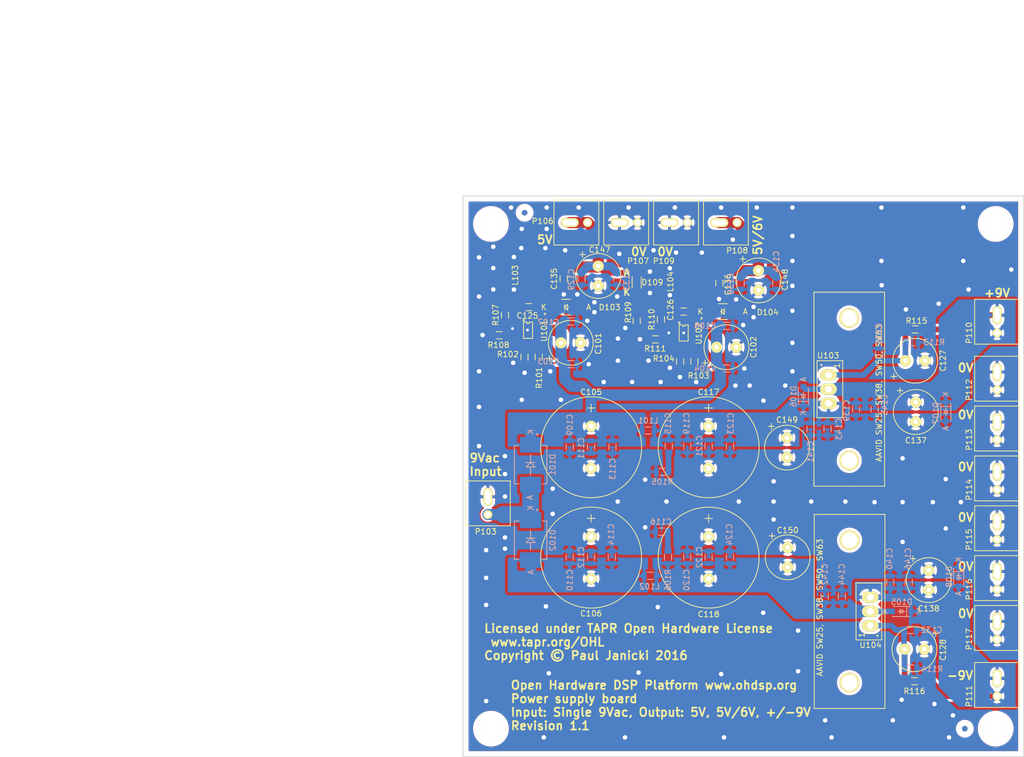
<source format=kicad_pcb>
(kicad_pcb (version 20221018) (generator pcbnew)
  (title_block (title "Multi Output Power Supply for OHDSP") (date "2016-05-20") (rev "1.1") (company "Open Hardware DSP Platform - www.ohdsp.org") (comment 1 "MERCHANTABILITY, SATISFACTORY QUALITY AND FITNESS FOR A PARTICULAR PURPOSE.") (comment 2 "is distributed WITHOUT ANY EXPRESS OR IMPLIED WARRANTY, INCLUDING OF") (comment 3 "Licensed under the TAPR Open Hardware License (www.tapr.org/OHL). This documentation") (comment 4 "Copyright Paul Janicki 2016"))
  (layers (0 "F.Cu" signal) (31 "B.Cu" signal) (34 "B.Paste" user) (35 "F.Paste" user) (36 "B.SilkS" user "B.Silkscreen") (37 "F.SilkS" user "F.Silkscreen") (38 "B.Mask" user) (39 "F.Mask" user) (44 "Edge.Cuts" user))
  (net 0 "")
  (net 1 "GNDA")
  (net 2 "Net-(C106-Pad2)")
  (net 3 "Net-(C115-Pad1)")
  (net 4 "Net-(C115-Pad2)")
  (net 5 "Net-(C116-Pad2)")
  (net 6 "Net-(C118-Pad2)")
  (net 7 "Net-(C125-Pad1)")
  (net 8 "Net-(C125-Pad2)")
  (net 9 "Net-(C126-Pad1)")
  (net 10 "Net-(C126-Pad2)")
  (net 11 "Net-(C127-Pad1)")
  (net 12 "Net-(C128-Pad2)")
  (net 13 "Net-(C130-Pad1)")
  (net 14 "Net-(C137-Pad1)")
  (net 15 "Net-(C138-Pad2)")
  (net 16 "Net-(D101-Pad1)")
  (net 17 "Net-(R101-Pad1)")
  (net 18 "Net-(R103-Pad1)")
  (net 19 "Net-(R107-Pad2)")
  (net 20 "Net-(R110-Pad2)")
  (net 21 "VCC")
  (net 22 "+5V")
  (net 23 "Net-(D109-Pad2)")
  (footprint "MyKiCadLibs-Footprints:CAP-TH-D8mmP3.5mm" (layer "F.Cu") (at 119.235261 76.188825)
    (fp_text reference "C101")
    (fp_text value "220u" hide)
  )
  (footprint "MyKiCadLibs-Footprints:CAP-TH-D8mmP3.5mm" (layer "F.Cu") (at 146.99 76.975)
    (fp_text reference "C102")
    (fp_text value "220u" hide)
  )
  (footprint "MyKiCadLibs-Footprints:CAP-TH-D18mmP7.5mm" (layer "F.Cu") (at 122.86 94.815 -90)
    (fp_text reference "C105")
    (fp_text value "2200u" hide)
  )
  (footprint "MyKiCadLibs-Footprints:CAP-TH-D18mmP7.5mm" (layer "F.Cu") (at 122.86 114.5 -90)
    (fp_text reference "C106")
    (fp_text value "2200u" hide)
  )
  (footprint "MyKiCadLibs-Footprints:CAP-TH-D18mmP7.5mm" (layer "F.Cu") (at 143.815 94.815 -90)
    (fp_text reference "C117")
    (fp_text value "2200u" hide)
  )
  (footprint "MyKiCadLibs-Footprints:CAP-TH-D18mmP7.5mm" (layer "F.Cu") (at 143.815 114.5 -90)
    (fp_text reference "C118")
    (fp_text value "2200u" hide)
  )
  (footprint "MyKiCadLibs-Footprints:SMD-0805" (layer "F.Cu") (at 111.754961 69.838825 180)
    (fp_text reference "C125")
    (fp_text value "10n" hide)
  )
  (footprint "MyKiCadLibs-Footprints:SMD-0805" (layer "F.Cu") (at 139.37 70.625 180)
    (fp_text reference "C126")
    (fp_text value "10n" hide)
  )
  (footprint "MyKiCadLibs-Footprints:CAP-TH-D8mmP3.5mm" (layer "F.Cu") (at 180.645 79.388)
    (fp_text reference "C127")
    (fp_text value "220u" hide)
  )
  (footprint "MyKiCadLibs-Footprints:CAP-TH-D8mmP3.5mm" (layer "F.Cu") (at 180.518 130.823 180)
    (fp_text reference "C128")
    (fp_text value "220u" hide)
  )
  (footprint "MyKiCadLibs-Footprints:SMD-0805" (layer "F.Cu") (at 117.965261 64.758825 -90)
    (fp_text reference "C135")
    (fp_text value "100n" hide)
  )
  (footprint "MyKiCadLibs-Footprints:SMD-0805" (layer "F.Cu") (at 145.72 65.545 -90)
    (fp_text reference "C136")
    (fp_text value "100n" hide)
  )
  (footprint "MyKiCadLibs-Footprints:CAP-TH-D8mmP3.5mm" (layer "F.Cu") (at 180.7466 88.532 -90)
    (fp_text reference "C137")
    (fp_text value "220u" hide)
  )
  (footprint "MyKiCadLibs-Footprints:CAP-TH-D8mmP3.5mm" (layer "F.Cu") (at 183.058 118.504 -90)
    (fp_text reference "C138")
    (fp_text value "220u" hide)
  )
  (footprint "MyKiCadLibs-Footprints:DIODE-SMA" (layer "F.Cu") (at 118.415 69.838825 180)
    (fp_text reference "D103")
    (fp_text value "B240A" hide)
  )
  (footprint "MyKiCadLibs-Footprints:DIODE-SMA" (layer "F.Cu") (at 146.355 70.625 180)
    (fp_text reference "D104")
    (fp_text value "B240A" hide)
  )
  (footprint "MyKiCadLibs-Footprints:CONN-2WAY-2.54mm-3.81mm-SPACING" (layer "F.Cu") (at 104.445 106.82 90)
    (fp_text reference "P103")
    (fp_text value "CONN_2x1" hide)
  )
  (footprint "MyKiCadLibs-Footprints:CONN-2WAY-2.54mm-3.81mm-SPACING" (layer "F.Cu") (at 122.225 54.75 180)
    (fp_text reference "P106")
    (fp_text value "CONN_2x1" hide)
  )
  (footprint "MyKiCadLibs-Footprints:CONN-2WAY-2.54mm-3.81mm-SPACING" (layer "F.Cu") (at 131.115 54.75 180)
    (fp_text reference "P107")
    (fp_text value "CONN_2x1" hide)
  )
  (footprint "MyKiCadLibs-Footprints:CONN-2WAY-2.54mm-3.81mm-SPACING" (layer "F.Cu") (at 148.895 54.75 180)
    (fp_text reference "P108")
    (fp_text value "CONN_2x1" hide)
  )
  (footprint "MyKiCadLibs-Footprints:CONN-2WAY-2.54mm-3.81mm-SPACING" (layer "F.Cu") (at 140.005 54.75 180)
    (fp_text reference "P109")
    (fp_text value "CONN_2x1" hide)
  )
  (footprint "MyKiCadLibs-Footprints:CONN-2WAY-2.54mm-3.81mm-SPACING" (layer "F.Cu") (at 195.25 74.435 90)
    (fp_text reference "P110")
    (fp_text value "CONN_2x1" hide)
  )
  (footprint "MyKiCadLibs-Footprints:CONN-2WAY-2.54mm-3.81mm-SPACING" (layer "F.Cu") (at 195.25 139.205 90)
    (fp_text reference "P111")
    (fp_text value "CONN_2x1" hide)
  )
  (footprint "MyKiCadLibs-Footprints:CONN-2WAY-2.54mm-3.81mm-SPACING" (layer "F.Cu") (at 195.25 84.595 90)
    (fp_text reference "P112")
    (fp_text value "CONN_2x1" hide)
  )
  (footprint "MyKiCadLibs-Footprints:CONN-2WAY-2.54mm-3.81mm-SPACING" (layer "F.Cu") (at 195.25 93.485 90)
    (fp_text reference "P113")
    (fp_text value "CONN_2x1" hide)
  )
  (footprint "MyKiCadLibs-Footprints:CONN-2WAY-2.54mm-3.81mm-SPACING" (layer "F.Cu") (at 195.25 102.375 90)
    (fp_text reference "P114")
    (fp_text value "CONN_2x1" hide)
  )
  (footprint "MyKiCadLibs-Footprints:CONN-2WAY-2.54mm-3.81mm-SPACING" (layer "F.Cu") (at 195.25 111.265 90)
    (fp_text reference "P115")
    (fp_text value "CONN_2x1" hide)
  )
  (footprint "MyKiCadLibs-Footprints:CONN-2WAY-2.54mm-3.81mm-SPACING" (layer "F.Cu") (at 195.25 120.155 90)
    (fp_text reference "P116")
    (fp_text value "CONN_2x1" hide)
  )
  (footprint "MyKiCadLibs-Footprints:CONN-2WAY-2.54mm-3.81mm-SPACING" (layer "F.Cu") (at 195.25 129.045 90)
    (fp_text reference "P117")
    (fp_text value "CONN_2x1" hide)
  )
  (footprint "MyKiCadLibs-Footprints:SMD-0805" (layer "F.Cu") (at 113.520261 78.728825 -90)
    (fp_text reference "R101")
    (fp_text value "475k" hide)
  )
  (footprint "MyKiCadLibs-Footprints:SMD-0805" (layer "F.Cu") (at 110.980261 78.728825 -90)
    (fp_text reference "R102")
    (fp_text value "100k" hide)
  )
  (footprint "MyKiCadLibs-Footprints:SMD-0805" (layer "F.Cu") (at 141.275 79.515 -90)
    (fp_text reference "R103")
    (fp_text value "475k" hide)
  )
  (footprint "MyKiCadLibs-Footprints:SMD-0805" (layer "F.Cu") (at 138.735 79.515 -90)
    (fp_text reference "R104")
    (fp_text value "100k" hide)
  )
  (footprint "MyKiCadLibs-Footprints:SMD-0805" (layer "F.Cu") (at 107.493 71.26 -90)
    (fp_text reference "R107")
    (fp_text value "53k6" hide)
  )
  (footprint "MyKiCadLibs-Footprints:SMD-0805" (layer "F.Cu") (at 106.477 74.845045)
    (fp_text reference "R108")
    (fp_text value "10k" hide)
  )
  (footprint "MyKiCadLibs-Footprints:SMD-0805" (layer "F.Cu") (at 135.306 72.022 -90)
    (fp_text reference "R110")
    (fp_text value "66k5" hide)
  )
  (footprint "MyKiCadLibs-Footprints:SMD-0805" (layer "F.Cu") (at 134.29 75.578)
    (fp_text reference "R111")
    (fp_text value "10k" hide)
  )
  (footprint "MyKiCadLibs-Footprints:SMD-0805" (layer "F.Cu") (at 180.645 73.8)
    (fp_text reference "R115")
    (fp_text value "120" hide)
  )
  (footprint "MyKiCadLibs-Footprints:SMD-0805" (layer "F.Cu") (at 180.518 136.538)
    (fp_text reference "R116")
    (fp_text value "120" hide)
  )
  (footprint "MyKiCadLibs-Footprints:IC-SOT23-6" (layer "F.Cu") (at 111.615261 73.953625 -90)
    (fp_text reference "U101")
    (fp_text value "ADP2301AUJZ" hide)
  )
  (footprint "MyKiCadLibs-Footprints:IC-SOT23-6" (layer "F.Cu") (at 139.37 74.435 -90)
    (fp_text reference "U102")
    (fp_text value "ADP2301AUJZ" hide)
  )
  (footprint "MyKiCadLibs-Footprints:IC-TO220-HS-SW25-2G" (layer "F.Cu") (at 168.89 84.468 -90)
    (fp_text reference "U103")
    (fp_text value "LM317" hide)
  )
  (footprint "MyKiCadLibs-Footprints:IC-TO220-HS-SW25-2G" (layer "F.Cu") (at 168.944 124.092 90)
    (fp_text reference "U104")
    (fp_text value "LM337" hide)
  )
  (footprint "MyKiCadLibs-Footprints:CAP-TH-D8mmP3.5mm" (layer "F.Cu") (at 124.13 64.275 -90)
    (fp_text reference "C147")
    (fp_text value "220u" hide)
  )
  (footprint "MyKiCadLibs-Footprints:CAP-TH-D8mmP3.5mm" (layer "F.Cu") (at 152.705 65.065 -90)
    (fp_text reference "C148")
    (fp_text value "220u" hide)
  )
  (footprint "MyKiCadLibs-Footprints:CAP-TH-D8mmP3.5mm" (layer "F.Cu") (at 157.785 94.882 -90)
    (fp_text reference "C149")
    (fp_text value "220u" hide)
  )
  (footprint "MyKiCadLibs-Footprints:CAP-TH-D8mmP3.5mm" (layer "F.Cu") (at 157.912 114.44 -90)
    (fp_text reference "C150")
    (fp_text value "220u" hide)
  )
  (footprint "MyKiCadLibs-Footprints:IND-TYS5040-HS" (layer "F.Cu") (at 112.827 64.148 90)
    (fp_text reference "L103")
    (fp_text value "TYS50406R8M-10" hide)
  )
  (footprint "MyKiCadLibs-Footprints:IND-TYS5040-HS" (layer "F.Cu") (at 140.64 64.91 90)
    (fp_text reference "L104")
    (fp_text value "TYS50406R8M-10" hide)
  )
  (footprint "MyKiCadLibs-Footprints:FID-1MM-3MM" (layer "F.Cu") (at 189.5 145)
    (fp_text reference "FID1" hide)
    (fp_text value "MNT_HOLE" hide)
  )
  (footprint "MyKiCadLibs-Footprints:FID-1MM-3MM" (layer "F.Cu") (at 111 53)
    (fp_text reference "FID2" hide)
    (fp_text value "MNT_HOLE" hide)
  )
  (footprint "MyKiCadLibs-Footprints:MNT_HOLE_3.2mm" (layer "F.Cu") (at 105 145)
    (fp_text reference "MNT1" hide)
    (fp_text value "MNT_HOLE" hide)
  )
  (footprint "MyKiCadLibs-Footprints:MNT_HOLE_3.2mm" (layer "F.Cu") (at 195 145)
    (fp_text reference "MNT2" hide)
    (fp_text value "MNT_HOLE" hide)
  )
  (footprint "MyKiCadLibs-Footprints:MNT_HOLE_3.2mm" (layer "F.Cu") (at 195 55)
    (fp_text reference "MNT3" hide)
    (fp_text value "MNT_HOLE" hide)
  )
  (footprint "MyKiCadLibs-Footprints:MNT_HOLE_3.2mm" (layer "F.Cu") (at 105 55)
    (fp_text reference "MNT4" hide)
    (fp_text value "MNT_HOLE" hide)
  )
  (footprint "MyKiCadLibs-Footprints:SMD-1206" (layer "F.Cu") (at 130.988 65.418 -90)
    (fp_text reference "D109")
    (fp_text value "Green LED 1206" hide)
  )
  (footprint "MyKiCadLibs-Footprints:SMD-0805" (layer "F.Cu") (at 130.988 72.276 90)
    (fp_text reference "R109")
    (fp_text value "470" hide)
  )
  (footprint "MyKiCadLibs-Footprints:SMD-0805" (layer "B.Cu") (at 119.235261 79.998825)
    (fp_text reference "C103")
    (fp_text value "22u" hide)
  )
  (footprint "MyKiCadLibs-Footprints:SMD-0805" (layer "B.Cu") (at 146.99 80.785)
    (fp_text reference "C104")
    (fp_text value "22u" hide)
  )
  (footprint "MyKiCadLibs-Footprints:SMD-0805" (layer "B.Cu") (at 119.235261 72.378825)
    (fp_text reference "C107")
    (fp_text value "100n" hide)
  )
  (footprint "MyKiCadLibs-Footprints:SMD-0805" (layer "B.Cu") (at 146.99 73.165)
    (fp_text reference "C108")
    (fp_text value "100n" hide)
  )
  (footprint "MyKiCadLibs-Footprints:SMD-0805" (layer "B.Cu") (at 119.05 94.755 -90)
    (fp_text reference "C109")
    (fp_text value "22u" hide)
  )
  (footprint "MyKiCadLibs-Footprints:SMD-0805" (layer "B.Cu") (at 119.05 114.44 -90)
    (fp_text reference "C110")
    (fp_text value "22u" hide)
  )
  (footprint "MyKiCadLibs-Footprints:SMD-0805" (layer "B.Cu") (at 122.86 94.755 -90)
    (fp_text reference "C111")
    (fp_text value "100n" hide)
  )
  (footprint "MyKiCadLibs-Footprints:SMD-0805" (layer "B.Cu") (at 122.86 114.44 -90)
    (fp_text reference "C112")
    (fp_text value "100n" hide)
  )
  (footprint "MyKiCadLibs-Footprints:SMD-0805" (layer "B.Cu") (at 126.67 94.755 -90)
    (fp_text reference "C113")
    (fp_text value "10n" hide)
  )
  (footprint "MyKiCadLibs-Footprints:SMD-0805" (layer "B.Cu") (at 126.543 114.44 -90)
    (fp_text reference "C114")
    (fp_text value "10n" hide)
  )
  (footprint "MyKiCadLibs-Footprints:SMD-0805" (layer "B.Cu") (at 136.703 94.628 -90)
    (fp_text reference "C115")
    (fp_text value "100p" hide)
  )
  (footprint "MyKiCadLibs-Footprints:SMD-0805" (layer "B.Cu") (at 135.433 109.868)
    (fp_text reference "C116")
    (fp_text value "100p" hide)
  )
  (footprint "MyKiCadLibs-Footprints:SMD-0805" (layer "B.Cu") (at 140.005 94.628 -90)
    (fp_text reference "C119")
    (fp_text value "22u" hide)
  )
  (footprint "MyKiCadLibs-Footprints:SMD-0805" (layer "B.Cu") (at 140.005 114.44 -90)
    (fp_text reference "C120")
    (fp_text value "22u" hide)
  )
  (footprint "MyKiCadLibs-Footprints:SMD-0805" (layer "B.Cu") (at 143.815 94.628 -90)
    (fp_text reference "C121")
    (fp_text value "100n" hide)
  )
  (footprint "MyKiCadLibs-Footprints:SMD-0805" (layer "B.Cu") (at 143.815 114.44 -90)
    (fp_text reference "C122")
    (fp_text value "100n" hide)
  )
  (footprint "MyKiCadLibs-Footprints:SMD-0805" (layer "B.Cu") (at 147.625 94.628 -90)
    (fp_text reference "C123")
    (fp_text value "10n" hide)
  )
  (footprint "MyKiCadLibs-Footprints:SMD-0805" (layer "B.Cu") (at 147.625 114.44 -90)
    (fp_text reference "C124")
    (fp_text value "10n" hide)
  )
  (footprint "MyKiCadLibs-Footprints:SMD-0805" (layer "B.Cu") (at 121.140261 64.758825 -90)
    (fp_text reference "C129")
    (fp_text value "22u" hide)
  )
  (footprint "MyKiCadLibs-Footprints:SMD-0805" (layer "B.Cu") (at 149.53 65.545 -90)
    (fp_text reference "C130")
    (fp_text value "22u" hide)
  )
  (footprint "MyKiCadLibs-Footprints:SMD-0805" (layer "B.Cu") (at 174.2 78.288 90)
    (fp_text reference "C131")
    (fp_text value "100n" hide)
  )
  (footprint "MyKiCadLibs-Footprints:SMD-0805" (layer "B.Cu") (at 179.756 127.394 180)
    (fp_text reference "C132")
    (fp_text value "100n" hide)
  )
  (footprint "MyKiCadLibs-Footprints:SMD-0805" (layer "B.Cu") (at 127.490261 64.758825 -90)
    (fp_text reference "C133")
    (fp_text value "22u" hide)
  )
  (footprint "MyKiCadLibs-Footprints:SMD-0805" (layer "B.Cu") (at 155.88 65.545 -90)
    (fp_text reference "C134")
    (fp_text value "22u" hide)
  )
  (footprint "MyKiCadLibs-Footprints:SMD-0805" (layer "B.Cu") (at 170.104 88.024 -90)
    (fp_text reference "C139")
    (fp_text value "100n" hide)
  )
  (footprint "MyKiCadLibs-Footprints:SMD-0805" (layer "B.Cu") (at 176.2 118.885 -90)
    (fp_text reference "C140")
    (fp_text value "100n" hide)
  )
  (footprint "MyKiCadLibs-Footprints:DIODE-SMC" (layer "B.Cu") (at 112.065 97.93 90)
    (fp_text reference "D101")
    (fp_text value "ES3D" hide)
  )
  (footprint "MyKiCadLibs-Footprints:DIODE-SMC" (layer "B.Cu") (at 112.065 111.392 90)
    (fp_text reference "D102")
    (fp_text value "ES3D" hide)
  )
  (footprint "MyKiCadLibs-Footprints:SMD-0805" (layer "B.Cu") (at 133.02 91.834)
    (fp_text reference "L101")
    (fp_text value "600R@100MHz" hide)
  )
  (footprint "MyKiCadLibs-Footprints:SMD-0805" (layer "B.Cu") (at 133.401 117.742)
    (fp_text reference "L102")
    (fp_text value "600R@100MHz" hide)
  )
  (footprint "MyKiCadLibs-Footprints:SMD-0805" (layer "B.Cu") (at 135.56 99.2 180)
    (fp_text reference "R105")
    (fp_text value "47" hide)
  )
  (footprint "MyKiCadLibs-Footprints:SMD-0805" (layer "B.Cu") (at 136.576 114.44 -90)
    (fp_text reference "R106")
    (fp_text value "47" hide)
  )
  (footprint "MyKiCadLibs-Footprints:SMD-0805" (layer "B.Cu") (at 180.094 76.086 180)
    (fp_text reference "R113")
    (fp_text value "750" hide)
  )
  (footprint "MyKiCadLibs-Footprints:SMD-0805" (layer "B.Cu") (at 179.84 134.252)
    (fp_text reference "R114")
    (fp_text value "750" hide)
  )
  (footprint "MyKiCadLibs-Footprints:SMD-0805" (layer "B.Cu") (at 161.976 91.58 -90)
    (fp_text reference "C141")
    (fp_text value "22u" hide)
  )
  (footprint "MyKiCadLibs-Footprints:SMD-0805" (layer "B.Cu") (at 164.516 121.425 -90)
    (fp_text reference "C142")
    (fp_text value "22u" hide)
  )
  (footprint "MyKiCadLibs-Footprints:SMD-0805" (layer "B.Cu") (at 165.024 91.58 -90)
    (fp_text reference "C143")
    (fp_text value "100n" hide)
  )
  (footprint "MyKiCadLibs-Footprints:SMD-0805" (layer "B.Cu") (at 167.564 121.425 -90)
    (fp_text reference "C144")
    (fp_text value "100n" hide)
  )
  (footprint "MyKiCadLibs-Footprints:SMD-0805" (layer "B.Cu") (at 173.406 88.024 -90)
    (fp_text reference "C145")
    (fp_text value "22u" hide)
  )
  (footprint "MyKiCadLibs-Footprints:SMD-0805" (layer "B.Cu") (at 179.502 118.885 -90)
    (fp_text reference "C146")
    (fp_text value "22u" hide)
  )
  (footprint "MyKiCadLibs-Footprints:DIODE-SOD-123" (layer "B.Cu") (at 178.232 124.092 180)
    (fp_text reference "D105")
    (fp_text value "SS14L" hide)
  )
  (footprint "MyKiCadLibs-Footprints:DIODE-SOD-123" (layer "B.Cu") (at 160.706 85.738 90)
    (fp_text reference "D106")
    (fp_text value "SS14L" hide)
  )
  (footprint "MyKiCadLibs-Footprints:DIODE-SOD-123" (layer "B.Cu") (at 186.106 88.454 -90)
    (fp_text reference "D107")
    (fp_text value "SS14L" hide)
  )
  (footprint "MyKiCadLibs-Footprints:DIODE-SOD-123" (layer "B.Cu") (at 188.4 117.9 -90)
    (fp_text reference "D108")
    (fp_text value "SS14L" hide)
  )
  (footprint "MyKiCadLibs-Footprints:FID-1MM-3MM" (layer "B.Cu") (at 189.5 145)
    (fp_text reference "FID3" hide)
    (fp_text value "MNT_HOLE" hide)
  )
  (footprint "MyKiCadLibs-Footprints:FID-1MM-3MM" (layer "B.Cu") (at 111 53)
    (fp_text reference "FID4" hide)
    (fp_text value "MNT_HOLE" hide)
  )
  (gr_line (start 200 150) (end 200 50) (stroke (width 0.15)) (layer "Edge.Cuts"))
  (gr_line (start 100 150) (end 200 150) (stroke (width 0.15)) (layer "Edge.Cuts"))
  (gr_line (start 200 50) (end 100 50) (stroke (width 0.15)) (layer "Edge.Cuts"))
  (gr_line (start 100 50) (end 100 150) (stroke (width 0.15)) (layer "Edge.Cuts"))
  (gr_text "0V" (at 136.068 59.957) (layer "F.SilkS") (effects (font (size 1.5 1.5) (thickness 0.3))))
  (gr_text "5V/6V" (at 152.578 57 90) (layer "F.SilkS") (effects (font (size 1.5 1.5) (thickness 0.3))))
  (gr_text "5V" (at 114.605 57.798) (layer "F.SilkS") (effects (font (size 1.5 1.5) (thickness 0.3))))
  (gr_text "+9V" (at 195.25 67.323) (layer "F.SilkS") (effects (font (size 1.5 1.5) (thickness 0.3))))
  (gr_text "-9V" (at 188.646 135.522) (layer "F.SilkS") (effects (font (size 1.5 1.5) (thickness 0.3))))
  (gr_text "0V" (at 189.662 98.311) (layer "F.SilkS") (effects (font (size 1.5 1.5) (thickness 0.3))))
  (gr_text "0V" (at 189.662 107.328) (layer "F.SilkS") (effects (font (size 1.5 1.5) (thickness 0.3))))
  (gr_text "0V" (at 189.662 89.04) (layer "F.SilkS") (effects (font (size 1.5 1.5) (thickness 0.3))))
  (gr_text "0V" (at 189.662 80.658) (layer "F.SilkS") (effects (font (size 1.5 1.5) (thickness 0.3))))
  (gr_text "0V" (at 189.662 116.091) (layer "F.SilkS") (effects (font (size 1.5 1.5) (thickness 0.3))))
  (gr_text "0V" (at 189.662 124.473) (layer "F.SilkS") (effects (font (size 1.5 1.5) (thickness 0.3))))
  (gr_text "9Vac\nInput" (at 101.016 97.93) (layer "F.SilkS") (effects (font (size 1.5 1.5) (thickness 0.3)) (justify left)))
  (gr_text "A" (at 129.21 63.64) (layer "F.SilkS") (effects (font (size 1.2 1.2) (thickness 0.25))))
  (gr_text "Open Hardware DSP Platform www.ohdsp.org\nPower supply board\nInput: Single 9Vac, Output: 5V, 5V/6V, +/-9V\nRevision 1.1" (at 108.382 140.856) (layer "F.SilkS") (effects (font (size 1.5 1.5) (thickness 0.3)) (justify left)))
  (gr_text "0V" (at 131.369 59.957) (layer "F.SilkS") (effects (font (size 1.5 1.5) (thickness 0.3))))
  (gr_text "Licensed under TAPR Open Hardware License \n www.tapr.org/OHL \nCopyright © Paul Janicki 2016" (at 103.632 129.54) (layer "F.SilkS") (effects (font (size 1.5 1.5) (thickness 0.3)) (justify left)))
  (gr_text "K" (at 129.21 67.196) (layer "F.SilkS") (effects (font (size 1.2 1.2) (thickness 0.25))))
  (segment (start 158.75 70.485) (end 158.75 76.2) (width 0.3) (layer "F.Cu") (net 1))
  (segment (start 104.14 118.11) (end 104.14 122.936) (width 0.3) (layer "F.Cu") (net 1))
  (segment (start 138.735 82.245) (end 138.684 82.296) (width 0.3) (layer "F.Cu") (net 1))
  (segment (start 127.762 75.565) (end 127.635 75.438) (width 0.3) (layer "F.Cu") (net 1))
  (segment (start 131.191 135.128) (end 131.318 135.001) (width 0.3) (layer "F.Cu") (net 1))
  (segment (start 165.735 146.558) (end 186.69 146.558) (width 0.3) (layer "F.Cu") (net 1))
  (segment (start 117.965261 67.546261) (end 117.983 67.564) (width 0.3) (layer "F.Cu") (net 1))
  (segment (start 136.936 80.615) (end 136.906 80.645) (width 0.3) (layer "F.Cu") (net 1))
  (segment (start 151.8285 71.628) (end 151.384 71.628) (width 0.3) (layer "F.Cu") (net 1))
  (segment (start 105.41 62.865) (end 105.41 66.675) (width 0.3) (layer "F.Cu") (net 1))
  (segment (start 146.05 52.07) (end 152.4 52.07) (width 0.3) (layer "F.Cu") (net 1))
  (segment (start 176.657 143.51) (end 176.657 141.415) (width 0.3) (layer "F.Cu") (net 1))
  (segment (start 176.657 141.415) (end 178.232 139.84) (width 0.3) (layer "F.Cu") (net 1))
  (segment (start 187.376 66.688) (end 190.17 66.688) (width 0.3) (layer "F.Cu") (net 1))
  (segment (start 189.23 52.07) (end 189.23 61.595) (width 0.3) (layer "F.Cu") (net 1))
  (segment (start 158.75 82.55) (end 157.48 83.82) (width 0.3) (layer "F.Cu") (net 1))
  (segment (start 138.735 80.615) (end 136.936 80.615) (width 0.3) (layer "F.Cu") (net 1))
  (segment (start 128.905 146.558) (end 146.558 146.558) (width 0.3) (layer "F.Cu") (net 1))
  (segment (start 158.75 81.28) (end 158.75 82.55) (width 0.3) (layer "F.Cu") (net 1))
  (segment (start 133.19 75.578) (end 131.585 75.578) (width 0.3) (layer "F.Cu") (net 1))
  (segment (start 145.72 66.645) (end 145.72 68.3385) (width 0.3) (layer "F.Cu") (net 1))
  (segment (start 148.59 83.82) (end 142.24 83.82) (width 0.3) (layer "F.Cu") (net 1))
  (segment (start 122.566175 69.838825) (end 123.444 68.961) (width 0.3) (layer "F.Cu") (net 1))
  (segment (start 185.344 140.602) (end 187.376 142.634) (width 0.3) (layer "F.Cu") (net 1))
  (segment (start 142.24 83.82) (end 141.605 83.185) (width 0.3) (layer "F.Cu") (net 1))
  (segment (start 184.836 69.228) (end 187.376 66.688) (width 0.3) (layer "F.Cu") (net 1))
  (segment (start 107.5 99.6) (end 107.5 96.4) (width 0.3) (layer "F.Cu") (net 1))
  (segment (start 145.72 68.3385) (end 145.669 68.3895) (width 0.3) (layer "F.Cu") (net 1))
  (segment (start 120.65 52.07) (end 114.935 52.07) (width 0.3) (layer "F.Cu") (net 1))
  (segment (start 107.95 140.081) (end 114.427 146.558) (width 0.3) (layer "F.Cu") (net 1))
  (segment (start 178.4 104.6) (end 178.4 96.8) (width 0.3) (layer "F.Cu") (net 1))
  (segment (start 155.4 104.5) (end 155.4 100.9) (width 0.3) (layer "F.Cu") (net 1))
  (segment (start 110.980261 79.828825) (end 109.038825 79.828825) (width 0.3) (layer "F.Cu") (net 1))
  (segment (start 110.415261 73.953625) (end 111.466375 73.953625) (width 0.8) (layer "F.Cu") (net 1))
  (segment (start 103.332 103.632) (end 102.108 103.632) (width 0.3) (layer "F.Cu") (net 1))
  (segment (start 139.356998 74.435) (end 139.369998 74.422) (width 0.8) (layer "F.Cu") (net 1))
  (segment (start 184.074 140.602) (end 185.344 140.602) (width 0.3) (layer "F.Cu") (net 1))
  (segment (start 145.085 56.985) (end 145.25 56.985) (width 0.3) (layer "F.Cu") (net 1))
  (segment (start 110.415261 73.953625) (end 109.132625 73.953625) (width 0.8) (layer "F.Cu") (net 1))
  (segment (start 127.635 75.438) (end 127.635 79.375) (width 0.3) (layer "F.Cu") (net 1))
  (segment (start 158.75 61.595) (end 158.75 66.04) (width 0.3) (layer "F.Cu") (net 1))
  (segment (start 150.99 70.625) (end 151.8285 69.7865) (width 0.3) (layer "F.Cu") (net 1))
  (segment (start 102.87 67.945) (end 102.87 81.28) (width 0.3) (layer "F.Cu") (net 1))
  (segment (start 136.9 61.2) (end 138 60.1) (width 0.3) (layer "F.Cu") (net 1))
  (segment (start 156.274 83.82) (end 153.594 86.5) (width 0.3) (layer "F.Cu") (net 1))
  (segment (start 136.3 104.5) (end 149.2 104.5) (width 0.3) (layer "F.Cu") (net 1))
  (segment (start 183.8 104.6) (end 188.8 104.6) (width 0.3) (layer "F.Cu") (net 1))
  (segment (start 104.14 140.081) (end 107.95 140.081) (width 0.3) (layer "F.Cu") (net 1))
  (segment (start 109.132625 73.953625) (end 108.839 73.66) (width 0.8) (layer "F.Cu") (net 1))
  (segment (start 141.605 83.185) (end 135.255 83.185) (width 0.3) (layer "F.Cu") (net 1))
  (segment (start 103.505 74.803) (end 103.505 68.58) (width 0.3) (layer "F.Cu") (net 1))
  (segment (start 132.5 100.6) (end 132.5 109.1) (width 0.3) (layer "F.Cu") (net 1))
  (segment (start 138.17 74.435) (end 139.356998 74.435) (width 0.8) (layer "F.Cu") (net 1))
  (segment (start 138.17 74.435) (end 136.7285 74.435) (width 0.8) (layer "F.Cu") (net 1))
  (segment (start 140.005 54.75) (end 142.24 56.985) (width 0.3) (layer "F.Cu") (net 1))
  (segment (start 158.75 52.07) (end 174.625 52.07) (width 0.3) (layer "F.Cu") (net 1))
  (segment (start 151.384 71.628) (end 149.987 73.025) (width 0.3) (layer "F.Cu") (net 1))
  (segment (start 155.4 104.5) (end 162.1 104.5) (width 0.3) (layer "F.Cu") (net 1))
  (segment (start 159.766 127.508) (end 156.718 127.508) (width 0.3) (layer "F.Cu") (net 1))
  (segment (start 136.7285 74.435) (end 136.7155 74.422) (width 0.8) (layer "F.Cu") (net 1))
  (segment (start 158.75 52.07) (end 158.75 57.15) (width 0.3) (layer "F.Cu") (net 1))
  (segment (start 115.316 135.128) (end 131.191 135.128) (width 0.3) (layer "F.Cu") (net 1))
  (segment (start 148.355 70.625) (end 150.99 70.625) (width 0.3) (layer "F.Cu") (net 1))
  (segment (start 129.126 73.376) (end 128.956 73.546) (width 0.3) (layer "F.Cu") (net 1))
  (segment (start 127.889 60.325) (end 133.35 60.325) (width 0.3) (layer "F.Cu") (net 1))
  (segment (start 131.585 75.578) (end 131.572 75.565) (width 0.3) (layer "F.Cu") (net 1))
  (segment (start 125.4 106.7) (end 127.6 104.5) (width 0.3) (layer "F.Cu") (net 1))
  (segment (start 108.585 52.07) (end 108.585 53.975) (width 0.3) (layer "F.Cu") (net 1))
  (segment (start 142.24 56.985) (end 145.085 56.985) (width 0.3) (layer "F.Cu") (net 1))
  (segment (start 146.05 52.07) (end 137.795 52.07) (width 0.3) (layer "F.Cu") (net 1))
  (segment (start 103.345 103.645) (end 103.332 103.632) (width 0.3) (layer "F.Cu") (net 1))
  (segment (start 156.718 127.508) (end 153.543 124.333) (width 0.3) (layer "F.Cu") (net 1))
  (segment (start 117.965261 65.858825) (end 117.965261 67.546261) (width 0.3) (layer "F.Cu") (net 1))
  (segment (start 103.547045 74.845045) (end 103.505 74.803) (width 0.3) (layer "F.Cu") (net 1))
  (segment (start 103.505 68.58) (end 102.87 67.945) (width 0.3) (layer "F.Cu") (net 1))
  (segment (start 102.87 87.63) (end 102.87 94.615) (width 0.3) (layer "F.Cu") (net 1))
  (segment (start 109.1 60.6) (end 110.4 59.3) (width 0.3) (layer "F.Cu") (net 1))
  (segment (start 110.980261 79.828825) (end 110.980261 81.516261) (width 0.3) (layer "F.Cu") (net 1))
  (segment (start 134.747 123.317) (end 114.935 123.317) (width 0.3) (layer "F.Cu") (net 1))
  (segment (start 133.35 60.325) (end 133.985 59.69) (width 0.3) (layer "F.Cu") (net 1))
  (segment (start 138.735 80.615) (end 138.735 82.245) (width 0.3) (layer "F.Cu") (net 1))
  (segment (start 107.5 103.6) (end 107.5 110.9) (width 0.3) (layer "F.Cu") (net 1))
  (segment (start 145.085 56.985) (end 147.32 56.985) (width 0.3) (layer "F.Cu") (net 1))
  (segment (start 133.35 60.325) (end 133.35 63.5) (width 0.3) (layer "F.Cu") (net 1))
  (segment (start 108.585 53.975) (end 110.49 55.88) (width 0.3) (layer "F.Cu") (net 1))
  (segment (start 102.108 111.125) (end 104.14 113.157) (width 0.3) (layer "F.Cu") (net 1))
  (segment (start 109.1 60.9) (end 109.1 60.6) (width 0.3) (layer "F.Cu") (net 1))
  (segment (start 131.572 75.565) (end 127.762 75.565) (width 0.3) (layer "F.Cu") (net 1))
  (segment (start 107.5 96.4) (end 110.2 96.4) (width 0.3) (layer "F.Cu") (net 1))
  (segment (start 110.980261 81.516261) (end 110.998 81.534) (width 0.3) (layer "F.Cu") (net 1))
  (segment (start 102.108 103.632) (end 102.108 111.125) (width 0.3) (layer "F.Cu") (net 1))
  (segment (start 110.2 96.4) (end 116 102.2) (width 0.3) (layer "F.Cu") (net 1))
  (segment (start 173.4 104.6) (end 178.4 104.6) (width 0.3) (layer "F.Cu") (net 1))
  (segment (start 162.1 104.5) (end 168.2 104.5) (width 0.3) (layer "F.Cu") (net 1))
  (segment (start 176.657 143.51) (end 164.592 143.51) (width 0.3) (layer "F.Cu") (net 1))
  (segment (start 114.935 123.317) (end 114.808 123.19) (width 0.3) (layer "F.Cu") (net 1))
  (segment (start 130.175 83.185) (end 125.095 83.185) (width 0.3) (layer "F.Cu") (net 1))
  (segment (start 147.32 56.985) (end 148.133 57.798) (width 0.3) (layer "F.Cu") (net 1))
  (segment (start 136.9 62.9) (end 136.9 61.2) (width 0.3) (layer "F.Cu") (net 1))
  (segment (start 130.988 73.376) (end 129.126 73.376) (width 0.3) (layer "F.Cu") (net 1))
  (segment (start 120.415 69.838825) (end 122.566175 69.838825) (width 0.3) (layer "F.Cu") (net 1))
  (segment (start 104.445 103.645) (end 103.345 103.645) (width 0.3) (layer "F.Cu") (net 1))
  (segment (start 111.466375 73.953625) (end 111.506 73.914) (width 0.8) (layer "F.Cu") (net 1))
  (segment (start 116 106.7) (end 125.4 106.7) (width 0.3) (layer "F.Cu") (net 1))
  (segment (start 151.13 83.82) (end 148.59 83.82) (width 0.3) (layer "F.Cu") (net 1))
  (segment (start 186.1 100.5) (end 186.1 109.3) (width 0.3) (layer "F.Cu") (net 1))
  (segment (start 105.377 74.845045) (end 103.547045 74.845045) (width 0.3) (layer "F.Cu") (net 1))
  (segment (start 174.676 65.926) (end 178.994 70.244) (width 0.3) (layer "F.Cu") (net 1))
  (segment (start 157.48 83.82) (end 156.274 83.82) (width 0.3) (layer "F.Cu") (net 1))
  (segment (start 109.038825 79.828825) (end 108.966 79.756) (width 0.3) (layer "F.Cu") (net 1))
  (via (at 158.75 57.15) (size 1.2) (drill 0.8) (layers "F.Cu" "B.Cu") (net 1))
  (via (at 146.05 135.255) (size 1.2) (drill 0.8) (layers "F.Cu" "B.Cu") (net 1))
  (via (at 115.57 81.28) (size 1.2) (drill 0.8) (layers "F.Cu" "B.Cu") (net 1))
  (via (at 104.14 118.11) (size 1.2) (drill 0.8) (layers "F.Cu" "B.Cu") (net 1))
  (via (at 120.396 67.564) (size 1.2) (drill 0.8) (layers "F.Cu" "B.Cu") (net 1))
  (via (at 104.14 113.157) (size 1.2) (drill 0.8) (layers "F.Cu" "B.Cu") (net 1))
  (via (at 178.4 111.7) (size 1.2) (drill 0.8) (layers "F.Cu" "B.Cu") (net 1))
  (via (at 138 60.1) (size 1.2) (drill 0.8) (layers "F.Cu" "B.Cu") (net 1))
  (via (at 178.4 96.8) (size 1.2) (drill 0.8) (layers "F.Cu" "B.Cu") (net 1))
  (via (at 125.095 83.185) (size 1.2) (drill 0.8) (layers "F.Cu" "B.Cu") (net 1))
  (via (at 114.935 55.88) (size 1.2) (drill 0.8) (layers "F.Cu" "B.Cu") (net 1))
  (via (at 110.998 81.534) (size 1.2) (drill 0.8) (layers "F.Cu" "B.Cu") (net 1))
  (via (at 155.4 100.9) (size 1.2) (drill 0.8) (layers "F.Cu" "B.Cu") (net 1))
  (via (at 151.8285 69.7865) (size 1.2) (drill 0.8) (layers "F.Cu" "B.Cu") (net 1))
  (via (at 133.985 59.69) (size 1.2) (drill 0.8) (layers "F.Cu" "B.Cu") (net 1))
  (via (at 108.585 52.07) (size 1.2) (drill 0.8) (layers "F.Cu" "B.Cu") (net 1))
  (via (at 133.35 63.5) (size 1.2) (drill 0.8) (layers "F.Cu" "B.Cu") (net 1))
  (via (at 102.87 60.96) (size 1.2) (drill 0.8) (layers "F.Cu" "B.Cu") (net 1))
  (via (at 152.4 52.07) (size 1.2) (drill 0.8) (layers "F.Cu" "B.Cu") (net 1))
  (via (at 134.747 123.317) (size 1.2) (drill 0.8) (layers "F.Cu" "B.Cu") (net 1))
  (via (at 164.592 143.51) (size 1.2) (drill 0.8) (layers "F.Cu" "B.Cu") (net 1))
  (via (at 127.635 75.438) (size 1.2) (drill 0.8) (layers "F.Cu" "B.Cu") (net 1))
  (via (at 174.625 61.595) (size 1.2) (drill 0.8) (layers "F.Cu" "B.Cu") (net 1))
  (via (at 189.23 61.595) (size 1.2) (drill 0.8) (layers "F.Cu" "B.Cu") (net 1))
  (via (at 129.54 52.07) (size 1.2) (drill 0.8) (layers "F.Cu" "B.Cu") (net 1))
  (via (at 150.1775 80.772) (size 1.2) (drill 0.8) (layers "F.Cu" "B.Cu") (net 1))
  (via (at 138.684 82.296) (size 1.2) (drill 0.8) (layers "F.Cu" "B.Cu") (net 1))
  (via (at 110.49 55.88) (size 1.2) (drill 0.8) (layers "F.Cu" "B.Cu") (net 1))
  (via (at 107.5 96.4) (size 1.2) (drill 0.8) (layers "F.Cu" "B.Cu") (net 1))
  (via (at 114.808 123.19) (size 1.2) (drill 0.8) (layers "F.Cu" "B.Cu") (net 1))
  (via (at 136.906 80.645) (size 1.2) (drill 0.8) (layers "F.Cu" "B.Cu") (net 1))
  (via (at 186.1 100.5) (size 1.2) (drill 0.8) (layers "F.Cu" "B.Cu") (net 1))
  (via (at 103.505 74.803) (size 1.2) (drill 0.8) (layers "F.Cu" "B.Cu") (net 1))
  (via (at 158.75 76.2) (size 1.2) (drill 0.8) (layers "F.Cu" "B.Cu") (net 1))
  (via (at 107.5 103.6) (size 1.2) (drill 0.8) (layers "F.Cu" "B.Cu") (net 1))
  (via (at 127.889 60.325) (size 1.2) (drill 0.8) (layers "F.Cu" "B.Cu") (net 1))
  (via (at 176.657 143.51) (size 1.2) (drill 0.8) (layers "F.Cu" "B.Cu") (net 1))
  (via (at 186.69 146.558) (size 1.2) (drill 0.8) (layers "F.Cu" "B.Cu") (net 1))
  (via (at 128.905 146.558) (size 1.2) (drill 0.8) (layers "F.Cu" "B.Cu") (net 1))
  (via (at 102.87 94.615) (size 1.2) (drill 0.8) (layers "F.Cu" "B.Cu") (net 1))
  (via (at 105.41 66.675) (size 1.2) (drill 0.8) (layers "F.Cu" "B.Cu") (net 1))
  (via (at 178.994 70.244) (size 1.2) (drill 0.8) (layers "F.Cu" "B.Cu") (net 1))
  (via (at 127.508 67.945) (size 1.2) (drill 0.8) (layers "F.Cu" "B.Cu") (net 1))
  (via (at 117.983 67.564) (size 1.2) (drill 0.8) (layers "F.Cu" "B.Cu") (net 1))
  (via (at 190.17 66.688) (size 1.2) (drill 0.8) (layers "F.Cu" "B.Cu") (net 1))
  (via (at 158.75 61.595) (size 1.2) (drill 0.8) (layers "F.Cu" "B.Cu") (net 1))
  (via (at 105.41 62.865) (size 1.2) (drill 0.8) (layers "F.Cu" "B.Cu") (net 1))
  (via (at 184.836 69.228) (size 1.2) (drill 0.8) (layers "F.Cu" "B.Cu") (net 1))
  (via (at 157.48 83.82) (size 1.2) (drill 0.8) (layers "F.Cu" "B.Cu") (net 1))
  (via (at 102.87 87.63) (size 1.2) (drill 0.8) (layers "F.Cu" "B.Cu") (net 1))
  (via (at 107.5 110.9) (size 1.2) (drill 0.8) (layers "F.Cu" "B.Cu") (net 1))
  (via (at 158.75 52.07) (size 1.2) (drill 0.8) (layers "F.Cu" "B.Cu") (net 1))
  (via (at 115.316 135.128) (size 1.2) (drill 0.8) (layers "F.Cu" "B.Cu") (net 1))
  (via (at 114.7 59.3) (size 1.2) (drill 0.8) (layers "F.Cu" "B.Cu") (net 1))
  (via (at 137.795 52.07) (size 1.2) (drill 0.8) (layers "F.Cu" "B.Cu") (net 1))
  (via (at 122.174 72.263) (size 1.2) (drill 0.8) (layers "F.Cu" "B.Cu") (net 1))
  (via (at 149.2 104.5) (size 1.2) (drill 0.8) (layers "F.Cu" "B.Cu") (net 1))
  (via (at 123.444 70.739) (size 1.2) (drill 0.8) (layers "F.Cu" "B.Cu") (net 1))
  (via (at 158.75 81.28) (size 1.2) (drill 0.8) (layers "F.Cu" "B.Cu") (net 1))
  (via (at 162.1 104.5) (size 1.2) (drill 0.8) (layers "F.Cu" "B.Cu") (net 1))
  (via (at 102.87 67.945) (size 1.2) (drill 0.8) (layers "F.Cu" "B.Cu") (net 1))
  (via (at 188.8 104.6) (size 1.2) (drill 0.8) (layers "F.Cu" "B.Cu") (net 1))
  (via (at 158.75 70.485) (size 1.2) (drill 0.8) (layers "F.Cu" "B.Cu") (net 1))
  (via (at 109.1 60.9) (size 1.2) (drill 0.8) (layers "F.Cu" "B.Cu") (net 1))
  (via (at 158.75 66.04) (size 1.2) (drill 0.8) (layers "F.Cu" "B.Cu") (net 1))
  (via (at 178.4 104.6) (size 1.2) (drill 0.8) (layers "F.Cu" "B.Cu") (net 1))
  (via (at 136.9 62.9) (size 1.2) (drill 0.8) (layers "F.Cu" "B.Cu") (net 1))
  (via (at 131.318 135.001) (size 1.2) (drill 0.8) (layers "F.Cu" "B.Cu") (net 1))
  (via (at 151.8285 71.628) (size 1.2) (drill 0.8) (layers "F.Cu" "B.Cu") (net 1))
  (via (at 148.717 68.453) (size 1.2) (drill 0.8) (layers "F.Cu" "B.Cu") (net 1))
  (via (at 165.735 146.558) (size 1.2) (drill 0.8) (layers "F.Cu" "B.Cu") (net 1))
  (via (at 104.14 140.081) (size 1.2) (drill 0.8) (layers "F.Cu" "B.Cu") (net 1))
  (via (at 136.7155 74.422) (size 0.8) (drill 0.5) (layers "F.Cu" "B.Cu") (net 1))
  (via (at 145.669 68.3895) (size 1.2) (drill 0.8) (layers "F.Cu" "B.Cu") (net 1))
  (via (at 114.427 146.558) (size 1.2) (drill 0.8) (layers "F.Cu" "B.Cu") (net 1))
  (via (at 184.074 140.602) (size 1.2) (drill 0.8) (layers "F.Cu" "B.Cu") (net 1))
  (via (at 153.543 124.333) (size 1.2) (drill 0.8) (layers "F.Cu" "B.Cu") (net 1))
  (via (at 117.475 86.36) (size 1.2) (drill 0.8) (layers "F.Cu" "B.Cu") (net 1))
  (via (at 127.6 104.5) (size 1.2) (drill 0.8) (layers "F.Cu" "B.Cu") (net 1))
  (via (at 168.2 104.5) (size 1.2) (drill 0.8) (layers "F.Cu" "B.Cu") (net 1))
  (via (at 197.79 63.132) (size 1.2) (drill 0.8) (layers "F.Cu" "B.Cu") (net 1))
  (via (at 135.255 83.185) (size 1.2) (drill 0.8) (layers "F.Cu" "B.Cu") (net 1))
  (via (at 114.935 52.07) (size 1.2) (drill 0.8) (layers "F.Cu" "B.Cu") (net 1))
  (via (at 148.59 83.82) (size 1.2) (drill 0.8) (layers "F.Cu" "B.Cu") (net 1))
  (via (at 116 106.7) (size 1.2) (drill 0.8) (layers "F.Cu" "B.Cu") (net 1))
  (via (at 118.237 59.69) (size 1.2) (drill 0.8) (layers "F.Cu" "B.Cu") (net 1))
  (via (at 155.4 104.5) (size 1.2) (drill 0.8) (layers "F.Cu" "B.Cu") (net 1))
  (via (at 104.14 122.936) (size 1.2) (drill 0.8) (layers "F.Cu" "B.Cu") (net 1))
  (via (at 133.096 79.375) (size 1.2) (drill 0.8) (layers "F.Cu" "B.Cu") (net 1))
  (via (at 141.605 83.185) (size 1.2) (drill 0.8) (layers "F.Cu" "B.Cu") (net 1))
  (via (at 132.5 100.6) (size 1.2) (drill 0.8) (layers "F.Cu" "B.Cu") (net 1))
  (via (at 139.369998 74.422) (size 0.8) (drill 0.5) (layers "F.Cu" "B.Cu") (net 1))
  (via (at 189.23 52.07) (size 1.2) (drill 0.8) (layers "F.Cu" "B.Cu") (net 1))
  (via (at 108.966 79.756) (size 1.2) (drill 0.8) (layers "F.Cu" "B.Cu") (net 1))
  (via (at 133.35 67.31) (size 1.2) (drill 0.8) (layers "F.Cu" "B.Cu") (net 1))
  (via (at 132.5 109.1) (size 1.2) (drill 0.8) (layers "F.Cu" "B.Cu") (net 1))
  (via (at 151.13 83.82) (size 1.2) (drill 0.8) (layers "F.Cu" "B.Cu") (net 1))
  (via (at 155.4 107.7) (size 1.2) (drill 0.8) (layers "F.Cu" "B.Cu") (net 1))
  (via (at 120.65 52.07) (size 1.2) (drill 0.8) (layers "F.Cu" "B.Cu") (net 1))
  (via (at 149.987 73.025) (size 1.2) (drill 0.8) (layers "F.Cu" "B.Cu") (net 1))
  (via (at 136.3 104.5) (size 1.2) (drill 0.8) (layers "F.Cu" "B.Cu") (net 1))
  (via (at 123.444 68.961) (size 1.2) (drill 0.8) (layers "F.Cu" "B.Cu") (net 1))
  (via (at 116 102.2) (size 1.2) (drill 0.8) (layers "F.Cu" "B.Cu") (net 1))
  (via (at 107.5 99.6) (size 1.2) (drill 0.8) (layers "F.Cu" "B.Cu") (net 1))
  (via (at 102.87 81.28) (size 1.2) (drill 0.8) (layers "F.Cu" "B.Cu") (net 1))
  (via (at 159.766 127.508) (size 1.2) (drill 0.8) (layers "F.Cu" "B.Cu") (net 1))
  (via (at 187.376 142.634) (size 1.2) (drill 0.8) (layers "F.Cu" "B.Cu") (net 1))
  (via (at 146.05 52.07) (size 1.2) (drill 0.8) (layers "F.Cu" "B.Cu") (net 1))
  (via (at 107.5 112.9) (size 1.2) (drill 0.8) (layers "F.Cu" "B.Cu") (net 1))
  (via (at 178.232 139.84) (size 1.2) (drill 0.8) (layers "F.Cu" "B.Cu") (net 1))
  (via (at 148.133 57.798) (size 1.2) (drill 0.8) (layers "F.Cu" "B.Cu") (net 1))
  (via (at 111.506 73.914) (size 0.8) (drill 0.5) (layers "F.Cu" "B.Cu") (net 1))
  (via (at 159.766 134.76) (size 1.2) (drill 0.8) (layers "F.Cu" "B.Cu") (net 1))
  (via (at 186.1 109.3) (size 1.2) (drill 0.8) (layers "F.Cu" "B.Cu") (net 1))
  (via (at 183.8 104.6) (size 1.2) (drill 0.8) (layers "F.Cu" "B.Cu") (net 1))
  (via (at 136.9 67.7) (size 1.2) (drill 0.8) (layers "F.Cu" "B.Cu") (net 1))
  (via (at 110.4 59.3) (size 1.2) (drill 0.8) (layers "F.Cu" "B.Cu") (net 1))
  (via (at 146.558 146.558) (size 1.2) (drill 0.8) (layers "F.Cu" "B.Cu") (net 1))
  (via (at 127.635 79.375) (size 1.2) (drill 0.8) (layers "F.Cu" "B.Cu") (net 1))
  (via (at 109.1 66.7) (size 1.2) (drill 0.8) (layers "F.Cu" "B.Cu") (net 1))
  (via (at 105.41 59.055) (size 1.2) (drill 0.8) (layers "F.Cu" "B.Cu") (net 1))
  (via (at 122.428 80.01) (size 1.2) (drill 0.8) (layers "F.Cu" "B.Cu") (net 1))
  (via (at 128.956 73.546) (size 1.2) (drill 0.8) (layers "F.Cu" "B.Cu") (net 1))
  (via (at 131.572 75.565) (size 1.2) (drill 0.8) (layers "F.Cu" "B.Cu") (net 1))
  (via (at 173.4 104.6) (size 1.2) (drill 0.8) (layers "F.Cu" "B.Cu") (net 1))
  (via (at 110.49 86.36) (size 1.2) (drill 0.8) (layers "F.Cu" "B.Cu") (net 1))
  (via (at 108.839 73.66) (size 0.8) (drill 0.5) (layers "F.Cu" "B.Cu") (net 1))
  (via (at 174.676 65.926) (size 1.2) (drill 0.8) (layers "F.Cu" "B.Cu") (net 1))
  (via (at 174.625 52.07) (size 1.2) (drill 0.8) (layers "F.Cu" "B.Cu") (net 1))
  (via (at 142.6 60.1) (size 1.2) (drill 0.8) (layers "F.Cu" "B.Cu") (net 1))
  (via (at 130.175 83.185) (size 1.2) (drill 0.8) (layers "F.Cu" "B.Cu") (net 1))
  (via (at 153.594 86.5) (size 1.2) (drill 0.8) (layers "F.Cu" "B.Cu") (net 1))
  (segment (start 152.4 52.07) (end 158.75 52.07) (width 0.3) (layer "B.Cu") (net 1))
  (segment (start 123.444 68.961) (end 123.444 70.739) (width 0.3) (layer "B.Cu") (net 1))
  (segment (start 158.75 66.04) (end 158.75 70.485) (width 0.3) (layer "B.Cu") (net 1))
  (segment (start 151.8285 69.7865) (end 151.8285 71.628) (width 0.3) (layer "B.Cu") (net 1))
  (segment (start 150.1645 80.785) (end 150.1775 80.772) (width 0.3) (layer "B.Cu") (net 1))
  (segment (start 161.925 114.046) (end 159.268 114.046) (width 0.3) (layer "B.Cu") (net 1))
  (segment (start 107.455 103.645) (end 107.5 103.6) (width 0.3) (layer "B.Cu") (net 1))
  (segment (start 127.94 54.75) (end 127.94 52.375) (width 0.3) (layer "B.Cu") (net 1))
  (segment (start 145.796 135.001) (end 146.05 135.255) (width 0.3) (layer "B.Cu") (net 1))
  (segment (start 110.998 81.534) (end 110.998 85.852) (width 0.3) (layer "B.Cu") (net 1))
  (segment (start 114.427 146.558) (end 128.905 146.558) (width 0.3) (layer "B.Cu") (net 1))
  (segment (start 110.998 85.852) (end 110.49 86.36) (width 0.3) (layer "B.Cu") (net 1))
  (segment (start 104.655 96.4) (end 102.87 94.615) (width 0.3) (layer "B.Cu") (net 1))
  (segment (start 122.058175 72.378825) (end 122.174 72.263) (width 0.3) (layer "B.Cu") (net 1))
  (segment (start 118.563825 65.858825) (end 118.237 65.532) (width 0.3) (layer "B.Cu") (net 1))
  (segment (start 120.335261 72.378825) (end 122.058175 72.378825) (width 0.3) (layer "B.Cu") (net 1))
  (segment (start 121.140261 66.819739) (end 120.396 67.564) (width 0.3) (layer "B.Cu") (net 1))
  (segment (start 178.994 70.244) (end 180.01 69.228) (width 0.3) (layer "B.Cu") (net 1))
  (segment (start 104.14 122.936) (end 104.14 140.081) (width 0.3) (layer "B.Cu") (net 1))
  (segment (start 168.2 104.5) (end 173.3 104.5) (width 0.3) (layer "B.Cu") (net 1))
  (segment (start 180.01 69.228) (end 184.836 69.228) (width 0.3) (layer "B.Cu") (net 1))
  (segment (start 161.036 143.51) (end 159.766 142.24) (width 0.3) (layer "B.Cu") (net 1))
  (segment (start 146.558 146.558) (end 165.735 146.558) (width 0.3) (layer "B.Cu") (net 1))
  (segment (start 114.935 52.07) (end 114.935 52.918528) (width 0.25) (layer "B.Cu") (net 1))
  (segment (start 183.8 104.6) (end 183.8 102.8) (width 0.3) (layer "B.Cu") (net 1))
  (segment (start 109.1 60.9) (end 109.1 66.7) (width 0.3) (layer "B.Cu") (net 1))
  (segment (start 159.268 114.046) (end 157.912 112.69) (width 0.3) (layer "B.Cu") (net 1))
  (segment (start 148.6535 68.3895) (end 148.717 68.453) (width 0.3) (layer "B.Cu") (net 1))
  (segment (start 178.4 104.6) (end 183.8 104.6) (width 0.3) (layer "B.Cu") (net 1))
  (segment (start 136.9 62.7) (end 136.9 62.9) (width 0.3) (layer "B.Cu") (net 1))
  (segment (start 115.316 81.534) (end 115.57 81.28) (width 0.3) (layer "B.Cu") (net 1))
  (segment (start 107.5 110.9) (end 107.5 112.9) (width 0.3) (layer "B.Cu") (net 1))
  (segment (start 102.87 81.28) (end 102.87 87.63) (width 0.3) (layer "B.Cu") (net 1))
  (segment (start 153.543 124.333) (end 152.527 123.317) (width 0.3) (layer "B.Cu") (net 1))
  (segment (start 183.8 102.8) (end 186.1 100.5) (width 0.3) (layer "B.Cu") (net 1))
  (segment (start 179.705 146.558) (end 176.657 143.51) (width 0.3) (layer "B.Cu") (net 1))
  (segment (start 138 60.1) (end 142.6 60.1) (width 0.3) (layer "B.Cu") (net 1))
  (segment (start 104.14 113.157) (end 104.14 118.11) (width 0.3) (layer "B.Cu") (net 1))
  (segment (start 131.5 100.6) (end 132.5 100.6) (width 0.3) (layer "B.Cu") (net 1))
  (segment (start 190.17 66.688) (end 194.234 66.688) (width 0.3) (layer "B.Cu") (net 1))
  (segment (start 174.625 65.875) (end 174.676 65.926) (width 0.3) (layer "B.Cu") (net 1))
  (segment (start 110.4 59.3) (end 110.4 55.97) (width 0.3) (layer "B.Cu") (net 1))
  (segment (start 127.508 67.945) (end 127.508 75.311) (width 0.3) (layer "B.Cu") (net 1))
  (segment (start 158.75 76.2) (end 158.75 81.28) (width 0.3) (layer "B.Cu") (net 1))
  (segment (start 152.527 123.317) (end 134.747 123.317) (width 0.3) (layer "B.Cu") (net 1))
  (segment (start 157.48 83.82) (end 151.13 83.82) (width 0.3) (layer "B.Cu") (net 1))
  (segment (start 186.69 146.558) (end 179.705 146.558) (width 0.3) (layer "B.Cu") (net 1))
  (segment (start 159.766 142.24) (end 159.766 134.76) (width 0.3) (layer "B.Cu") (net 1))
  (segment (start 137.795 52.07) (end 129.54 52.07) (width 0.3) (layer "B.Cu") (net 1))
  (segment (start 110.4 55.97) (end 110.49 55.88) (width 0.3) (layer "B.Cu") (net 1))
  (segment (start 178.232 139.84) (end 178.994 140.602) (width 0.3) (layer "B.Cu") (net 1))
  (segment (start 127.508 75.311) (end 127.635 75.438) (width 0.3) (layer "B.Cu") (net 1))
  (segment (start 114.808 123.19) (end 114.808 134.62) (width 0.3) (layer "B.Cu") (net 1))
  (segment (start 122.416825 79.998825) (end 122.428 80.01) (width 0.3) (layer "B.Cu") (net 1))
  (segment (start 107.5 103.6) (end 107.5 99.6) (width 0.3) (layer "B.Cu") (net 1))
  (segment (start 189.23 61.595) (end 174.625 61.595) (width 0.3) (layer "B.Cu") (net 1))
  (segment (start 131.318 135.001) (end 145.796 135.001) (width 0.3) (layer "B.Cu") (net 1))
  (segment (start 178.994 140.602) (end 184.074 140.602) (width 0.3) (layer "B.Cu") (net 1))
  (segment (start 116 102.2) (end 116 106.7) (width 0.3) (layer "B.Cu") (net 1))
  (segment (start 127.94 52.375) (end 128.245 52.07) (width 0.3) (layer "B.Cu") (net 1))
  (segment (start 127.635 79.375) (end 133.096 79.375) (width 0.3) (layer "B.Cu") (net 1))
  (segment (start 118.237 65.532) (end 118.237 59.69) (width 0.3) (layer "B.Cu") (net 1))
  (segment (start 148.09 80.785) (end 150.1645 80.785) (width 0.3) (layer "B.Cu") (net 1))
  (segment (start 102.87 67.945) (end 102.87 60.96) (width 0.3) (layer "B.Cu") (net 1))
  (segment (start 133.35 63.5) (end 133.35 67.31) (width 0.3) (layer "B.Cu") (net 1))
  (segment (start 104.445 103.645) (end 107.455 103.645) (width 0.3) (layer "B.Cu") (net 1))
  (segment (start 133.35 63.5) (end 136.3 63.5) (width 0.5) (layer "B.Cu") (net 1))
  (segment (start 132.5 109.1) (end 136.3 105.3) (width 0.3) (layer "B.Cu") (net 1))
  (segment (start 155.4 104.5) (end 155.4 107.7) (width 0.3) (layer "B.Cu") (net 1))
  (segment (start 136.9 62.9) (end 136.9 67.7) (width 0.3) (layer "B.Cu") (net 1))
  (segment (start 194.234 66.688) (end 197.79 63.132) (width 0.3) (layer "B.Cu") (net 1))
  (segment (start 105.41 59.055) (end 105.41 62.865) (width 0.3) (layer "B.Cu") (net 1))
  (segment (start 121.140261 65.858825) (end 121.140261 66.819739) (width 0.3) (layer "B.Cu") (net 1))
  (segment (start 127.635 52.07) (end 120.65 52.07) (width 0.3) (layer "B.Cu") (net 1))
  (segment (start 135.255 83.185) (end 130.175 83.185) (width 0.3) (layer "B.Cu") (net 1))
  (segment (start 136.83 54.75) (end 136.83 56.845) (width 0.3) (layer "B.Cu") (net 1))
  (segment (start 107.5 96.4) (end 104.655 96.4) (width 0.3) (layer "B.Cu") (net 1))
  (segment (start 127.6 104.5) (end 131.5 100.6) (width 0.3) (layer "B.Cu") (net 1))
  (segment (start 110.49 86.36) (end 117.475 86.36) (width 0.3) (layer "B.Cu") (net 1))
  (segment (start 114.808 134.62) (end 115.316 135.128) (width 0.3) (layer "B.Cu") (net 1))
  (segment (start 110.998 81.534) (end 115.316 81.534) (width 0.3) (layer "B.Cu") (net 1))
  (segment (start 136.83 56.845) (end 133.985 59.69) (width 0.3) (layer "B.Cu") (net 1))
  (segment (start 105.41 59.055) (end 107.255 60.9) (width 0.3) (layer "B.Cu") (net 1))
  (segment (start 136.3 105.3) (end 136.3 104.5) (width 0.3) (layer "B.Cu") (net 1))
  (segment (start 149.53 67.64) (end 148.717 68.453) (width 0.3) (layer "B.Cu") (net 1))
  (segment (start 173.3 104.5) (end 173.4 104.6) (width 0.3) (layer "B.Cu") (net 1))
  (segment (start 164.592 143.51) (end 161.036 143.51) (width 0.3) (layer "B.Cu") (net 1))
  (segment (start 136.3 63.5) (end 136.9 62.9) (width 0.5) (layer "B.Cu") (net 1))
  (segment (start 127.94 52.375) (end 127.635 52.07) (width 0.3) (layer "B.Cu") (net 1))
  (segment (start 128.245 52.07) (end 129.54 52.07) (width 0.3) (layer "B.Cu") (net 1))
  (segment (start 114.935 52.918528) (end 114.935 55.88) (width 0.25) (layer "B.Cu") (net 1))
  (segment (start 149.2 104.5) (end 155.4 104.5) (width 0.3) (layer "B.Cu") (net 1))
  (segment (start 107.255 60.9) (end 109.1 60.9) (width 0.3) (layer "B.Cu") (net 1))
  (segment (start 120.335261 79.998825) (end 122.416825 79.998825) (width 0.3) (layer "B.Cu") (net 1))
  (segment (start 110.4 59.3) (end 114.7 59.3) (width 0.3) (layer "B.Cu") (net 1))
  (segment (start 142.685 52.07) (end 146.05 52.07) (width 0.3) (layer "B.Cu") (net 1))
  (segment (start 145.669 68.3895) (end 148.6535 68.3895) (width 0.3) (layer "B.Cu") (net 1))
  (segment (start 159.766 134.76) (end 159.766 127.508) (width 0.3) (layer "B.Cu") (net 1))
  (segment (start 110.49 55.88) (end 114.935 55.88) (width 0.3) (layer "B.Cu") (net 1))
  (segment (start 174.625 61.595) (end 174.625 65.875) (width 0.3) (layer "B.Cu") (net 1))
  (segment (start 174.625 52.07) (end 189.23 52.07) (width 0.3) (layer "B.Cu") (net 1))
  (segment (start 158.75 57.15) (end 158.75 61.595) (width 0.3) (layer "B.Cu") (net 1))
  (segment (start 149.53 66.645) (end 149.53 67.64) (width 0.3) (layer "B.Cu") (net 1))
  (segment (start 121.140261 65.858825) (end 118.563825 65.858825) (width 0.3) (layer "B.Cu") (net 1))
  (segment (start 140.005 54.75) (end 142.685 52.07) (width 0.3) (layer "B.Cu") (net 1))
  (segment (start 178.4 104.6) (end 178.4 111.7) (width 0.3) (layer "B.Cu") (net 1))
  (segment (start 112.065 118.342) (end 112.227 118.504) (width 2) (layer "B.Cu") (net 2))
  (segment (start 119.05 117.488) (end 119.05 115.54) (width 0.3) (layer "B.Cu") (net 2))
  (segment (start 112.065 114.942) (end 112.065 118.342) (width 2) (layer "B.Cu") (net 2))
  (segment (start 118.034 118.504) (end 119.05 117.488) (width 0.3) (layer "B.Cu") (net 2))
  (segment (start 112.227 118.504) (end 118.034 118.504) (width 0.3) (layer "B.Cu") (net 2))
  (segment (start 162.69 87.008) (end 162.598 87.1) (width 1) (layer "B.Cu") (net 3))
  (segment (start 162 87.698) (end 161.976 87.722) (width 0.3) (layer "B.Cu") (net 3))
  (segment (start 165.19 87.008) (end 162.69 87.008) (width 1) (layer "B.Cu") (net 3))
  (segment (start 162.598 87.1) (end 162 87.698) (width 0.3) (layer "B.Cu") (net 3))
  (segment (start 161.976 87.722) (end 161.976 90.48) (width 0.3) (layer "B.Cu") (net 3))
  (segment (start 136.66 95.771) (end 136.703 95.728) (width 1) (layer "B.Cu") (net 4))
  (segment (start 136.66 99.2) (end 136.66 95.771) (width 1) (layer "B.Cu") (net 4))
  (segment (start 136.533 109.868) (end 136.533 113.297) (width 1) (layer "B.Cu") (net 5))
  (segment (start 136.533 113.297) (end 136.576 113.34) (width 1) (layer "B.Cu") (net 5))
  (segment (start 169.708 124.092) (end 170.612 124.092) (width 2.5) (layer "B.Cu") (net 6))
  (segment (start 172.652 124.1) (end 172.644 124.092) (width 1) (layer "B.Cu") (net 6))
  (segment (start 176.532 124.092) (end 172.644 124.092) (width 1) (layer "B.Cu") (net 6))
  (segment (start 172.644 124.092) (end 170.612 124.092) (width 2) (layer "B.Cu") (net 6))
  (segment (start 167.564 123.664) (end 167.564 122.525) (width 0.3) (layer "B.Cu") (net 6))
  (segment (start 167.992 124.092) (end 167.564 123.664) (width 0.3) (layer "B.Cu") (net 6))
  (segment (start 169.708 124.092) (end 167.992 124.092) (width 0.3) (layer "B.Cu") (net 6))
  (segment (start 112.854961 69.838825) (end 116.415 69.838825) (width 2) (layer "F.Cu") (net 7))
  (segment (start 112.854961 72.082439) (end 112.815261 72.122139) (width 1) (layer "F.Cu") (net 7))
  (segment (start 112.854961 69.838825) (end 112.854961 72.082439) (width 2) (layer "F.Cu") (net 7))
  (segment (start 112.854961 69.838825) (end 112.854961 66.525961) (width 2) (layer "F.Cu") (net 7))
  (segment (start 112.815261 72.122139) (end 112.815261 72.928624) (width 0.5) (layer "F.Cu") (net 7))
  (segment (start 112.854961 66.525961) (end 112.827 66.498) (width 2) (layer "F.Cu") (net 7))
  (segment (start 110.654961 72.763925) (end 110.415261 73.003625) (width 0.5) (layer "F.Cu") (net 8))
  (segment (start 110.654961 69.838825) (end 110.654961 72.763925) (width 0.8) (layer "F.Cu") (net 8))
  (segment (start 140.47 70.625) (end 140.47 67.43) (width 2) (layer "F.Cu") (net 9))
  (segment (start 140.47 67.43) (end 140.64 67.26) (width 2) (layer "F.Cu") (net 9))
  (segment (start 140.47 72.6868) (end 140.57 72.7868) (width 0.5) (layer "F.Cu") (net 9))
  (segment (start 140.47 70.625) (end 140.47 72.6868) (width 2) (layer "F.Cu") (net 9))
  (segment (start 140.47 70.625) (end 144.355 70.625) (width 2) (layer "F.Cu") (net 9))
  (segment (start 140.64 70.455) (end 140.47 70.625) (width 2) (layer "F.Cu") (net 9))
  (segment (start 140.57 72.7868) (end 140.57 73.485) (width 0.5) (layer "F.Cu") (net 9))
  (segment (start 138.27 73.385) (end 138.17 73.485) (width 0.5) (layer "F.Cu") (net 10))
  (segment (start 138.27 70.625) (end 138.27 73.385) (width 0.8) (layer "F.Cu") (net 10))
  (segment (start 178.895 74.45) (end 179.545 73.8) (width 1) (layer "F.Cu") (net 11))
  (segment (start 178.895 79.515) (end 178.895 74.45) (width 1) (layer "F.Cu") (net 11))
  (segment (start 174.2 79.388) (end 178.895 79.388) (width 1) (layer "B.Cu") (net 11))
  (segment (start 171.46 81.928) (end 165.19 81.928) (width 1) (layer "B.Cu") (net 11))
  (segment (start 174.2 79.388) (end 174 79.388) (width 1) (layer "B.Cu") (net 11))
  (segment (start 178.895 76.185) (end 178.994 76.086) (width 1) (layer "B.Cu") (net 11))
  (segment (start 178.895 79.388) (end 178.895 76.185) (width 1) (layer "B.Cu") (net 11))
  (segment (start 174 79.388) (end 171.46 81.928) (width 1) (layer "B.Cu") (net 11))
  (segment (start 178.768 130.823) (end 178.768 135.888) (width 1) (layer "F.Cu") (net 12))
  (segment (start 178.768 135.888) (end 179.418 136.538) (width 1) (layer "F.Cu") (net 12))
  (segment (start 178.656 127.394) (end 178.656 130.711) (width 1) (layer "B.Cu") (net 12))
  (segment (start 176.444 126.632) (end 175.144 126.632) (width 1) (layer "B.Cu") (net 12))
  (segment (start 178.74 134.252) (end 178.74 130.851) (width 1) (layer "B.Cu") (net 12))
  (segment (start 178.74 130.851) (end 178.768 130.823) (width 1) (layer "B.Cu") (net 12))
  (segment (start 177.206 127.394) (end 176.444 126.632) (width 1) (layer "B.Cu") (net 12))
  (segment (start 178.656 127.394) (end 177.206 127.394) (width 1) (layer "B.Cu") (net 12))
  (segment (start 172.644 126.632) (end 175.144 126.632) (width 1) (layer "B.Cu") (net 12))
  (segment (start 178.656 130.711) (end 178.768 130.823) (width 1) (layer "B.Cu") (net 12))
  (segment (start 135.306 60.084) (end 136.957 58.433) (width 0.5) (layer "F.Cu") (net 13))
  (segment (start 148.895 54.75) (end 145.72 54.75) (width 2) (layer "F.Cu") (net 13))
  (segment (start 140.64 62.56) (end 144.843 62.56) (width 2) (layer "F.Cu") (net 13))
  (segment (start 145.72 64.445) (end 145.72 63.437) (width 2) (layer "F.Cu") (net 13))
  (segment (start 135.306 70.922) (end 135.306 60.084) (width 0.5) (layer "F.Cu") (net 13))
  (segment (start 151.562 60.846) (end 152.705 60.846) (width 0.5) (layer "F.Cu") (net 13))
  (segment (start 152.705 58.56) (end 148.895 54.75) (width 2) (layer "F.Cu") (net 13))
  (segment (start 136.957 58.433) (end 145.974 58.433) (width 0.5) (layer "F.Cu") (net 13))
  (segment (start 152.705 63.315) (end 152.705 60.846) (width 2) (layer "F.Cu") (net 13))
  (segment (start 148.387 60.846) (end 151.562 60.846) (width 0.5) (layer "F.Cu") (net 13))
  (segment (start 145.974 58.433) (end 148.387 60.846) (width 0.5) (layer "F.Cu") (net 13))
  (segment (start 152.705 60.846) (end 152.705 58.56) (width 2) (layer "F.Cu") (net 13))
  (segment (start 152.7 63.31) (end 152.705 63.315) (width 2) (layer "F.Cu") (net 13))
  (segment (start 145.72 63.437) (end 145.593 63.31) (width 1.5) (layer "F.Cu") (net 13))
  (segment (start 145.593 63.31) (end 152.7 63.31) (width 2) (layer "F.Cu") (net 13))
  (segment (start 144.843 62.56) (end 145.72 63.437) (width 2) (layer "F.Cu") (net 13))
  (segment (start 154.75 63.315) (end 155.88 64.445) (width 1.5) (layer "B.Cu") (net 13))
  (segment (start 150.66 63.315) (end 149.53 64.445) (width 1.5) (layer "B.Cu") (net 13))
  (segment (start 152.705 63.315) (end 154.75 63.315) (width 1.5) (layer "B.Cu") (net 13))
  (segment (start 152.705 63.315) (end 150.66 63.315) (width 1.5) (layer "B.Cu") (net 13))
  (segment (start 181.745 73.8) (end 186.042 73.8) (width 1) (layer "F.Cu") (net 14))
  (segment (start 188.582 71.26) (end 195.25 71.26) (width 1) (layer "F.Cu") (net 14))
  (segment (start 186.042 73.8) (end 188.582 71.26) (width 1) (layer "F.Cu") (net 14))
  (segment (start 165.19 84.468) (end 161.136 84.468) (width 1) (layer "B.Cu") (net 14))
  (segment (start 170.104 85.204) (end 170.104 86.924) (width 0.3) (layer "B.Cu") (net 14))
  (segment (start 165.19 84.468) (end 166.8274 84.468) (width 2) (layer "B.Cu") (net 14))
  (segment (start 167.832 84.468) (end 166.8274 84.468) (width 2.5) (layer "B.Cu") (net 14))
  (segment (start 161.136 84.468) (end 160.706 84.038) (width 1) (layer "B.Cu") (net 14))
  (segment (start 169.368 84.468) (end 170.104 85.204) (width 0.3) (layer "B.Cu") (net 14))
  (segment (start 165.19 84.468) (end 169.368 84.468) (width 0.3) (layer "B.Cu") (net 14))
  (segment (start 195.25 139.205) (end 186.195 139.205) (width 1) (layer "F.Cu") (net 15))
  (segment (start 183.528 136.538) (end 181.618 136.538) (width 1) (layer "F.Cu") (net 15))
  (segment (start 186.195 139.205) (end 183.528 136.538) (width 1) (layer "F.Cu") (net 15))
  (segment (start 176.2 121.004) (end 176.2 119.985) (width 0.3) (layer "B.Cu") (net 15))
  (segment (start 175.652 121.552) (end 176.2 121.004) (width 0.3) (layer "B.Cu") (net 15))
  (segment (start 172.644 121.552) (end 175.652 121.552) (width 1) (layer "B.Cu") (net 15))
  (segment (start 112.065 107.366) (end 111.519 106.82) (width 3) (layer "B.Cu") (net 16))
  (segment (start 107.112 106.82) (end 111.519 106.82) (width 3) (layer "B.Cu") (net 16))
  (segment (start 112.065 107.842) (end 112.065 107.366) (width 2.5) (layer "B.Cu") (net 16))
  (segment (start 112.065 107.461) (end 112.065 101.48) (width 3) (layer "B.Cu") (net 16))
  (segment (start 104.445 106.82) (end 107.112 106.82) (width 2) (layer "B.Cu") (net 16))
  (segment (start 112.065 107.366) (end 112.065 107.461) (width 3) (layer "B.Cu") (net 16))
  (segment (start 113.520261 76.563261) (end 113.520261 77.628825) (width 0.3) (layer "F.Cu") (net 17))
  (segment (start 112.815261 75.858261) (end 113.520261 76.563261) (width 0.3) (layer "F.Cu") (net 17))
  (segment (start 110.980261 77.628825) (end 111.180261 77.628825) (width 0.3) (layer "F.Cu") (net 17))
  (segment (start 112.815261 74.903625) (end 112.815261 75.858261) (width 0.3) (layer "F.Cu") (net 17))
  (segment (start 110.980261 77.628825) (end 113.520261 77.628825) (width 0.3) (layer "F.Cu") (net 17))
  (segment (start 140.57 75.385) (end 140.57 76.4605) (width 0.3) (layer "F.Cu") (net 18))
  (segment (start 141.275 78.415) (end 141.275 77.1655) (width 0.3) (layer "F.Cu") (net 18))
  (segment (start 140.57 76.4605) (end 141.275 77.1655) (width 0.3) (layer "F.Cu") (net 18))
  (segment (start 138.735 78.415) (end 141.275 78.415) (width 0.3) (layer "F.Cu") (net 18))
  (segment (start 107.577 72.444) (end 107.493 72.36) (width 0.4) (layer "F.Cu") (net 19))
  (segment (start 110.415261 74.903625) (end 107.63558 74.903625) (width 0.4) (layer "F.Cu") (net 19))
  (segment (start 107.63558 74.903625) (end 107.577 74.845045) (width 0.4) (layer "F.Cu") (net 19))
  (segment (start 107.577 74.845045) (end 107.577 72.444) (width 0.4) (layer "F.Cu") (net 19))
  (segment (start 135.583 75.385) (end 135.39 75.578) (width 0.4) (layer "F.Cu") (net 20))
  (segment (start 135.306 75.494) (end 135.39 75.578) (width 0.4) (layer "F.Cu") (net 20))
  (segment (start 138.17 75.385) (end 135.583 75.385) (width 0.4) (layer "F.Cu") (net 20))
  (segment (start 135.306 73.122) (end 135.306 75.494) (width 0.4) (layer "F.Cu") (net 20))
  (segment (start 117.485261 79.237739) (end 117.485261 76.188825) (width 0.3) (layer "F.Cu") (net 21))
  (segment (start 144.037713 74.3585) (end 142.367 74.3585) (width 2) (layer "F.Cu") (net 21))
  (segment (start 116.688149 73.9775) (end 114.615262 73.9775) (width 2) (layer "F.Cu") (net 21))
  (segment (start 116.894175 79.828825) (end 117.485261 79.237739) (width 0.3) (layer "F.Cu") (net 21))
  (segment (start 145.24 75.560787) (end 144.037713 74.3585) (width 2) (layer "F.Cu") (net 21))
  (segment (start 145.24 79.423) (end 145.24 76.975) (width 0.3) (layer "F.Cu") (net 21))
  (segment (start 142.367 74.832) (end 141.97 74.435) (width 0.8) (layer "F.Cu") (net 21))
  (segment (start 113.520261 79.828825) (end 116.894175 79.828825) (width 0.3) (layer "F.Cu") (net 21))
  (segment (start 144.048 80.615) (end 145.24 79.423) (width 0.3) (layer "F.Cu") (net 21))
  (segment (start 114.591387 73.953625) (end 112.815261 73.953625) (width 0.8) (layer "F.Cu") (net 21))
  (segment (start 141.275 80.615) (end 144.048 80.615) (width 0.3) (layer "F.Cu") (net 21))
  (segment (start 114.615262 73.9775) (end 114.591387 73.953625) (width 0.8) (layer "F.Cu") (net 21))
  (segment (start 141.97 74.435) (end 140.57 74.435) (width 0.8) (layer "F.Cu") (net 21))
  (segment (start 117.485261 74.774612) (end 116.688149 73.9775) (width 2) (layer "F.Cu") (net 21))
  (segment (start 117.485261 76.188825) (end 117.485261 74.774612) (width 2) (layer "F.Cu") (net 21))
  (segment (start 145.24 76.975) (end 145.24 75.560787) (width 2) (layer "F.Cu") (net 21))
  (segment (start 142.367 74.3585) (end 142.367 74.832) (width 0.8) (layer "F.Cu") (net 21))
  (segment (start 145.24 80.135) (end 145.89 80.785) (width 2) (layer "B.Cu") (net 21))
  (segment (start 117.485261 76.188825) (end 117.485261 73.028825) (width 2) (layer "B.Cu") (net 21))
  (segment (start 118.815 91.853) (end 119.05 92.088) (width 0.3) (layer "B.Cu") (net 21))
  (segment (start 122.86 91.065) (end 122.86 85.522) (width 2) (layer "B.Cu") (net 21))
  (segment (start 145.24 76.975) (end 145.24 73.815) (width 2) (layer "B.Cu") (net 21))
  (segment (start 121.282564 83.944564) (end 119.431 83.944564) (width 2) (layer "B.Cu") (net 21))
  (segment (start 117.485261 76.188825) (end 117.485261 79.348825) (width 2) (layer "B.Cu") (net 21))
  (segment (start 118.135261 82.648825) (end 118.135261 79.998825) (width 2) (layer "B.Cu") (net 21))
  (segment (start 112.065 94.38) (end 112.065 91.98) (width 2) (layer "B.Cu") (net 21))
  (segment (start 117.485261 79.348825) (end 118.135261 79.998825) (width 2) (layer "B.Cu") (net 21))
  (segment (start 145.89 83.435) (end 143.803 85.522) (width 2) (layer "B.Cu") (net 21))
  (segment (start 143.803 85.522) (end 143.332 85.522) (width 2) (layer "B.Cu") (net 21))
  (segment (start 122.86 85.522) (end 143.332 85.522) (width 2) (layer "B.Cu") (net 21))
  (segment (start 119.431 83.944564) (end 118.135261 82.648825) (width 2) (layer "B.Cu") (net 21))
  (segment (start 117.485261 73.028825) (end 118.135261 72.378825) (width 2) (layer "B.Cu") (net 21))
  (segment (start 122.86 85.522) (end 121.282564 83.944564) (width 2) (layer "B.Cu") (net 21))
  (segment (start 145.24 73.815) (end 145.89 73.165) (width 2) (layer "B.Cu") (net 21))
  (segment (start 145.24 76.975) (end 145.24 80.135) (width 2) (layer "B.Cu") (net 21))
  (segment (start 145.89 80.785) (end 145.89 83.435) (width 2) (layer "B.Cu") (net 21))
  (segment (start 111.938 91.853) (end 118.815 91.853) (width 1) (layer "B.Cu") (net 21))
  (segment (start 112.065 91.98) (end 111.938 91.853) (width 1) (layer "B.Cu") (net 21))
  (segment (start 119.05 92.088) (end 119.05 93.655) (width 0.3) (layer "B.Cu") (net 21))
  (segment (start 109.652 57.417) (end 119.05 57.417) (width 0.5) (layer "F.Cu") (net 22))
  (segment (start 124.13 56.655) (end 122.225 54.75) (width 2) (layer "F.Cu") (net 22))
  (segment (start 130.988 63.718) (end 125.323 63.718) (width 1) (layer "F.Cu") (net 22))
  (segment (start 124.13 62.525) (end 124.13 60.592) (width 2) (layer "F.Cu") (net 22))
  (segment (start 124.13 60.592) (end 124.13 59.449) (width 2) (layer "F.Cu") (net 22))
  (segment (start 122.86 60.592) (end 124.13 60.592) (width 0.5) (layer "F.Cu") (net 22))
  (segment (start 117.965261 62.794539) (end 118.0848 62.675) (width 2) (layer "F.Cu") (net 22))
  (segment (start 122.225 54.75) (end 119.05 54.75) (width 2) (layer "F.Cu") (net 22))
  (segment (start 119.05 57.417) (end 122.225 60.592) (width 0.5) (layer "F.Cu") (net 22))
  (segment (start 124.13 59.449) (end 124.13 56.655) (width 2) (layer "F.Cu") (net 22))
  (segment (start 117.965261 63.658825) (end 117.965261 62.794539) (width 2) (layer "F.Cu") (net 22))
  (segment (start 118.0848 62.675) (end 123.98 62.675) (width 2) (layer "F.Cu") (net 22))
  (segment (start 116.968722 61.798) (end 117.965261 62.794539) (width 2) (layer "F.Cu") (net 22))
  (segment (start 112.827 61.798) (end 116.968722 61.798) (width 2) (layer "F.Cu") (net 22))
  (segment (start 107.493 70.16) (end 107.493 59.576) (width 0.5) (layer "F.Cu") (net 22))
  (segment (start 107.493 59.576) (end 109.652 57.417) (width 0.5) (layer "F.Cu") (net 22))
  (segment (start 122.225 60.592) (end 122.86 60.592) (width 0.5) (layer "F.Cu") (net 22))
  (segment (start 123.98 62.675) (end 124.13 62.525) (width 2) (layer "F.Cu") (net 22))
  (segment (start 125.323 63.718) (end 124.13 62.525) (width 1) (layer "F.Cu") (net 22))
  (segment (start 126.356436 62.525) (end 127.490261 63.658825) (width 1.5) (layer "B.Cu") (net 22))
  (segment (start 122.274086 62.525) (end 121.140261 63.658825) (width 1.5) (layer "B.Cu") (net 22))
  (segment (start 124.13 62.525) (end 122.274086 62.525) (width 1.5) (layer "B.Cu") (net 22))
  (segment (start 124.13 62.525) (end 126.356436 62.525) (width 1.5) (layer "B.Cu") (net 22))
  (segment (start 130.988 67.118) (end 130.988 71.176) (width 1) (layer "F.Cu") (net 23))
  (zone (net 0) (net_name "") (layer "F.Cu") (connect_pads (clearance 0)) (min_thickness 0.254)
    (keepout (tracks allowed) (vias allowed) (pads allowed) (copperpour not_allowed) (footprints allowed))
    (fill yes (thermal_gap 0.508) (thermal_bridge_width 0.508))
    (polygon (pts (xy 110.20107 63) (xy 110.20107 65.3) (xy 115.40107 65.3) (xy 115.40107 63)))
  )
  (zone (net 0) (net_name "") (layer "F.Cu") (connect_pads (clearance 0)) (min_thickness 0.254)
    (keepout (tracks allowed) (vias allowed) (pads allowed) (copperpour not_allowed) (footprints allowed))
    (fill yes (thermal_gap 0.508) (thermal_bridge_width 0.508))
    (polygon (pts (xy 138 63.7) (xy 138 66) (xy 143.2 66) (xy 143.2 63.7)))
  )
  (zone (net 1) (net_name "GNDA") (layer "F.Cu") (connect_pads (clearance 0.5)) (min_thickness 0.254) (fill yes (thermal_gap 0.508) (thermal_bridge_width 0.508))
    (polygon (pts (xy 101 149) (xy 199 149) (xy 199 51) (xy 101 51)))
  )
  (zone (net 15) (net_name "Net-(C138-Pad2)") (layer "B.Cu") (priority 1) (connect_pads (clearance 0.5)) (min_thickness 0.254) (fill yes (thermal_gap 0.5) (thermal_bridge_width 0.6))
    (polygon (pts (xy 169.85 121.806) (xy 169.85 118.758) (xy 189.662 118.758) (xy 190.424 119.52) (xy 190.424 129.68) (xy 193.98 133.236) (xy 198.552 133.236) (xy 198.552 141.11) (xy 188.392 141.11) (xy 184.836 137.554) (xy 184.836 128.156) (xy 183.312 126.632) (xy 179.502 126.632) (xy 179.502 122.822) (xy 178.994 122.314) (xy 170.358 122.314)))
  )
  (zone (net 14) (net_name "Net-(C137-Pad1)") (layer "B.Cu") (priority 1) (connect_pads (clearance 0.5)) (min_thickness 0.254) (fill yes (thermal_gap 0.5) (thermal_bridge_width 0.6))
    (polygon (pts (xy 167.818 83.198) (xy 183.312 83.198) (xy 184.836 81.674) (xy 184.836 72.022) (xy 188.392 68.466) (xy 198.552 68.466) (xy 198.552 76.34) (xy 193.98 76.34) (xy 190.424 79.896) (xy 190.424 85.738) (xy 187.884 88.278) (xy 169.85 88.278) (xy 167.818 86.246) (xy 167.818 85.738)))
  )
  (zone (net 21) (net_name "VCC") (layer "B.Cu") (priority 1) (connect_pads (clearance 0.5)) (min_thickness 0.254) (fill yes (thermal_gap 0.508) (thermal_bridge_width 0.6))
    (polygon (pts (xy 108 88.6) (xy 132.6 88.6) (xy 132.6 94.7) (xy 108 94.7)))
  )
  (zone (net 6) (net_name "Net-(C118-Pad2)") (layer "B.Cu") (priority 1) (connect_pads (clearance 0.5)) (min_thickness 0.254) (fill yes (thermal_gap 0.508) (thermal_bridge_width 0.6))
    (polygon (pts (xy 162.6 121.8) (xy 169.1 121.8) (xy 170.1 122.8) (xy 170.1 125.4) (xy 159.1 125.4) (xy 154.4 120.7) (xy 133.8 120.7) (xy 133.8 114.5) (xy 162.6 114.5)))
  )
  (zone (net 2) (net_name "Net-(C106-Pad2)") (layer "B.Cu") (priority 1) (connect_pads (clearance 0.5)) (min_thickness 0.254) (fill yes (thermal_gap 0.508) (thermal_bridge_width 0.6))
    (polygon (pts (xy 108 114.5) (xy 108 120.7) (xy 133 120.7) (xy 133 114.5)))
  )
  (zone (net 1) (net_name "GNDA") (layer "B.Cu") (connect_pads (clearance 0.5)) (min_thickness 0.254) (fill yes (thermal_gap 0.508) (thermal_bridge_width 0.508))
    (polygon (pts (xy 101 149) (xy 199 149) (xy 199 51) (xy 101 51)))
  )
  (zone (net 3) (net_name "Net-(C115-Pad1)") (layer "B.Cu") (priority 1) (connect_pads (clearance 0.5)) (min_thickness 0.254) (fill yes (thermal_gap 0.508) (thermal_bridge_width 0.6))
    (polygon (pts (xy 167.6 91.2) (xy 160 91.2) (xy 160 94.7) (xy 133.4 94.7) (xy 133.4 88.6) (xy 156 88.6) (xy 158.5 86.1) (xy 166.9 86.1) (xy 167.6 86.8) (xy 167.6 89.4)))
  )
)
</source>
